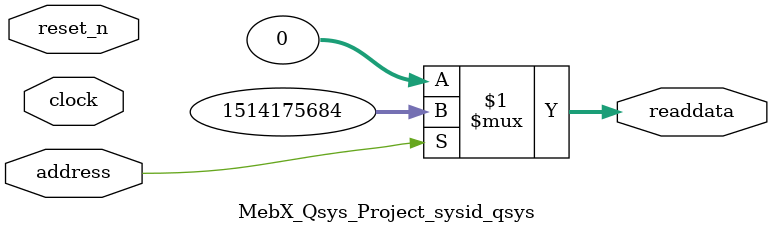
<source format=v>



// synthesis translate_off
`timescale 1ns / 1ps
// synthesis translate_on

// turn off superfluous verilog processor warnings 
// altera message_level Level1 
// altera message_off 10034 10035 10036 10037 10230 10240 10030 

module MebX_Qsys_Project_sysid_qsys (
               // inputs:
                address,
                clock,
                reset_n,

               // outputs:
                readdata
             )
;

  output  [ 31: 0] readdata;
  input            address;
  input            clock;
  input            reset_n;

  wire    [ 31: 0] readdata;
  //control_slave, which is an e_avalon_slave
  assign readdata = address ? 1514175684 : 0;

endmodule



</source>
